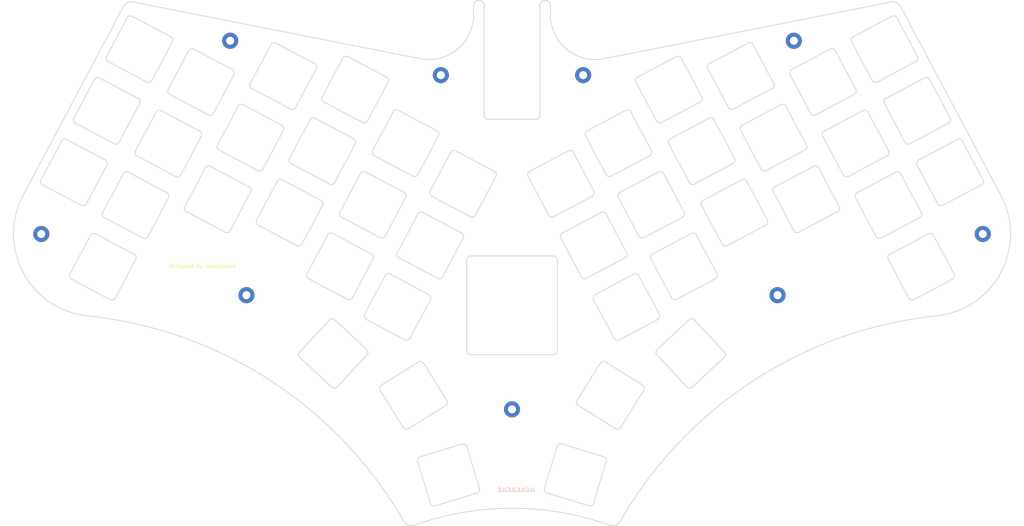
<source format=kicad_pcb>
(kicad_pcb (version 20171130) (host pcbnew 5.1.5-52549c5~86~ubuntu18.04.1)

  (general
    (thickness 1.6)
    (drawings 386)
    (tracks 0)
    (zones 0)
    (modules 9)
    (nets 1)
  )

  (page A4)
  (layers
    (0 F.Cu signal)
    (31 B.Cu signal)
    (32 B.Adhes user)
    (33 F.Adhes user)
    (34 B.Paste user)
    (35 F.Paste user)
    (36 B.SilkS user)
    (37 F.SilkS user)
    (38 B.Mask user)
    (39 F.Mask user)
    (40 Dwgs.User user)
    (41 Cmts.User user)
    (42 Eco1.User user)
    (43 Eco2.User user)
    (44 Edge.Cuts user)
    (45 Margin user)
    (46 B.CrtYd user)
    (47 F.CrtYd user)
    (48 B.Fab user)
    (49 F.Fab user)
  )

  (setup
    (last_trace_width 0.25)
    (trace_clearance 0.2)
    (zone_clearance 0.508)
    (zone_45_only no)
    (trace_min 0.2)
    (via_size 0.8)
    (via_drill 0.4)
    (via_min_size 0.4)
    (via_min_drill 0.3)
    (uvia_size 0.3)
    (uvia_drill 0.1)
    (uvias_allowed no)
    (uvia_min_size 0.2)
    (uvia_min_drill 0.1)
    (edge_width 0.05)
    (segment_width 0.2)
    (pcb_text_width 0.3)
    (pcb_text_size 1.5 1.5)
    (mod_edge_width 0.12)
    (mod_text_size 1 1)
    (mod_text_width 0.15)
    (pad_size 1.524 1.524)
    (pad_drill 0.762)
    (pad_to_mask_clearance 0.051)
    (solder_mask_min_width 0.25)
    (aux_axis_origin 0 0)
    (visible_elements FFFFFF7F)
    (pcbplotparams
      (layerselection 0x010fc_ffffffff)
      (usegerberextensions false)
      (usegerberattributes false)
      (usegerberadvancedattributes false)
      (creategerberjobfile false)
      (excludeedgelayer true)
      (linewidth 0.100000)
      (plotframeref false)
      (viasonmask false)
      (mode 1)
      (useauxorigin false)
      (hpglpennumber 1)
      (hpglpenspeed 20)
      (hpglpendiameter 15.000000)
      (psnegative false)
      (psa4output false)
      (plotreference true)
      (plotvalue true)
      (plotinvisibletext false)
      (padsonsilk false)
      (subtractmaskfromsilk false)
      (outputformat 1)
      (mirror false)
      (drillshape 0)
      (scaleselection 1)
      (outputdirectory "gerber/"))
  )

  (net 0 "")

  (net_class Default "This is the default net class."
    (clearance 0.2)
    (trace_width 0.25)
    (via_dia 0.8)
    (via_drill 0.4)
    (uvia_dia 0.3)
    (uvia_drill 0.1)
  )

  (module MountingHole:MountingHole_2.2mm_M2_Pad (layer F.Cu) (tedit 56D1B4CB) (tstamp 5E9D76AB)
    (at 278.1328 77.7785)
    (descr "Mounting Hole 2.2mm, M2")
    (tags "mounting hole 2.2mm m2")
    (attr virtual)
    (fp_text reference REF** (at 0 -3.2) (layer F.SilkS) hide
      (effects (font (size 1 1) (thickness 0.15)))
    )
    (fp_text value MountingHole_2.2mm_M2_Pad (at 0 3.2) (layer F.Fab)
      (effects (font (size 1 1) (thickness 0.15)))
    )
    (fp_text user %R (at 0.3 0) (layer F.Fab)
      (effects (font (size 1 1) (thickness 0.15)))
    )
    (fp_circle (center 0 0) (end 2.2 0) (layer Cmts.User) (width 0.15))
    (fp_circle (center 0 0) (end 2.45 0) (layer F.CrtYd) (width 0.05))
    (pad 1 thru_hole circle (at 0 0) (size 4.4 4.4) (drill 2.2) (layers *.Cu *.Mask))
  )

  (module MountingHole:MountingHole_2.2mm_M2_Pad (layer F.Cu) (tedit 56D1B4CB) (tstamp 5E9D76AB)
    (at 222.1028 94.4785)
    (descr "Mounting Hole 2.2mm, M2")
    (tags "mounting hole 2.2mm m2")
    (attr virtual)
    (fp_text reference REF** (at 0 -3.2) (layer F.SilkS) hide
      (effects (font (size 1 1) (thickness 0.15)))
    )
    (fp_text value MountingHole_2.2mm_M2_Pad (at 0 3.2) (layer F.Fab)
      (effects (font (size 1 1) (thickness 0.15)))
    )
    (fp_text user %R (at 0.3 0) (layer F.Fab)
      (effects (font (size 1 1) (thickness 0.15)))
    )
    (fp_circle (center 0 0) (end 2.2 0) (layer Cmts.User) (width 0.15))
    (fp_circle (center 0 0) (end 2.45 0) (layer F.CrtYd) (width 0.05))
    (pad 1 thru_hole circle (at 0 0) (size 4.4 4.4) (drill 2.2) (layers *.Cu *.Mask))
  )

  (module MountingHole:MountingHole_2.2mm_M2_Pad (layer F.Cu) (tedit 56D1B4CB) (tstamp 5E9D76AB)
    (at 149.5828 125.6685)
    (descr "Mounting Hole 2.2mm, M2")
    (tags "mounting hole 2.2mm m2")
    (attr virtual)
    (fp_text reference REF** (at 0 -3.2) (layer F.SilkS) hide
      (effects (font (size 1 1) (thickness 0.15)))
    )
    (fp_text value MountingHole_2.2mm_M2_Pad (at 0 3.2) (layer F.Fab)
      (effects (font (size 1 1) (thickness 0.15)))
    )
    (fp_text user %R (at 0.3 0) (layer F.Fab)
      (effects (font (size 1 1) (thickness 0.15)))
    )
    (fp_circle (center 0 0) (end 2.2 0) (layer Cmts.User) (width 0.15))
    (fp_circle (center 0 0) (end 2.45 0) (layer F.CrtYd) (width 0.05))
    (pad 1 thru_hole circle (at 0 0) (size 4.4 4.4) (drill 2.2) (layers *.Cu *.Mask))
  )

  (module MountingHole:MountingHole_2.2mm_M2_Pad (layer F.Cu) (tedit 56D1B4CB) (tstamp 5E9D76AB)
    (at 77.0628 94.4785)
    (descr "Mounting Hole 2.2mm, M2")
    (tags "mounting hole 2.2mm m2")
    (attr virtual)
    (fp_text reference REF** (at 0 -3.2) (layer F.SilkS) hide
      (effects (font (size 1 1) (thickness 0.15)))
    )
    (fp_text value MountingHole_2.2mm_M2_Pad (at 0 3.2) (layer F.Fab)
      (effects (font (size 1 1) (thickness 0.15)))
    )
    (fp_text user %R (at 0.3 0) (layer F.Fab)
      (effects (font (size 1 1) (thickness 0.15)))
    )
    (fp_circle (center 0 0) (end 2.2 0) (layer Cmts.User) (width 0.15))
    (fp_circle (center 0 0) (end 2.45 0) (layer F.CrtYd) (width 0.05))
    (pad 1 thru_hole circle (at 0 0) (size 4.4 4.4) (drill 2.2) (layers *.Cu *.Mask))
  )

  (module MountingHole:MountingHole_2.2mm_M2_Pad (layer F.Cu) (tedit 56D1B4CB) (tstamp 5E9D76AB)
    (at 21.0328 77.7785)
    (descr "Mounting Hole 2.2mm, M2")
    (tags "mounting hole 2.2mm m2")
    (attr virtual)
    (fp_text reference REF** (at 0 -3.2) (layer F.SilkS) hide
      (effects (font (size 1 1) (thickness 0.15)))
    )
    (fp_text value MountingHole_2.2mm_M2_Pad (at 0 3.2) (layer F.Fab)
      (effects (font (size 1 1) (thickness 0.15)))
    )
    (fp_text user %R (at 0.3 0) (layer F.Fab)
      (effects (font (size 1 1) (thickness 0.15)))
    )
    (fp_circle (center 0 0) (end 2.2 0) (layer Cmts.User) (width 0.15))
    (fp_circle (center 0 0) (end 2.45 0) (layer F.CrtYd) (width 0.05))
    (pad 1 thru_hole circle (at 0 0) (size 4.4 4.4) (drill 2.2) (layers *.Cu *.Mask))
  )

  (module MountingHole:MountingHole_2.2mm_M2_Pad (layer F.Cu) (tedit 56D1B4CB) (tstamp 5E9D76AB)
    (at 72.6228 25.0085)
    (descr "Mounting Hole 2.2mm, M2")
    (tags "mounting hole 2.2mm m2")
    (attr virtual)
    (fp_text reference REF** (at 0 -3.2) (layer F.SilkS) hide
      (effects (font (size 1 1) (thickness 0.15)))
    )
    (fp_text value MountingHole_2.2mm_M2_Pad (at 0 3.2) (layer F.Fab)
      (effects (font (size 1 1) (thickness 0.15)))
    )
    (fp_text user %R (at 0.3 0) (layer F.Fab)
      (effects (font (size 1 1) (thickness 0.15)))
    )
    (fp_circle (center 0 0) (end 2.2 0) (layer Cmts.User) (width 0.15))
    (fp_circle (center 0 0) (end 2.45 0) (layer F.CrtYd) (width 0.05))
    (pad 1 thru_hole circle (at 0 0) (size 4.4 4.4) (drill 2.2) (layers *.Cu *.Mask))
  )

  (module MountingHole:MountingHole_2.2mm_M2_Pad (layer F.Cu) (tedit 56D1B4CB) (tstamp 5E9D76AB)
    (at 130.1528 34.3985)
    (descr "Mounting Hole 2.2mm, M2")
    (tags "mounting hole 2.2mm m2")
    (attr virtual)
    (fp_text reference REF** (at 0 -3.2) (layer F.SilkS) hide
      (effects (font (size 1 1) (thickness 0.15)))
    )
    (fp_text value MountingHole_2.2mm_M2_Pad (at 0 3.2) (layer F.Fab)
      (effects (font (size 1 1) (thickness 0.15)))
    )
    (fp_text user %R (at 0.3 0) (layer F.Fab)
      (effects (font (size 1 1) (thickness 0.15)))
    )
    (fp_circle (center 0 0) (end 2.2 0) (layer Cmts.User) (width 0.15))
    (fp_circle (center 0 0) (end 2.45 0) (layer F.CrtYd) (width 0.05))
    (pad 1 thru_hole circle (at 0 0) (size 4.4 4.4) (drill 2.2) (layers *.Cu *.Mask))
  )

  (module MountingHole:MountingHole_2.2mm_M2_Pad (layer F.Cu) (tedit 56D1B4CB) (tstamp 5E9D76AB)
    (at 169.0128 34.3985)
    (descr "Mounting Hole 2.2mm, M2")
    (tags "mounting hole 2.2mm m2")
    (attr virtual)
    (fp_text reference REF** (at 0 -3.2) (layer F.SilkS) hide
      (effects (font (size 1 1) (thickness 0.15)))
    )
    (fp_text value MountingHole_2.2mm_M2_Pad (at 0 3.2) (layer F.Fab)
      (effects (font (size 1 1) (thickness 0.15)))
    )
    (fp_text user %R (at 0.3 0) (layer F.Fab)
      (effects (font (size 1 1) (thickness 0.15)))
    )
    (fp_circle (center 0 0) (end 2.2 0) (layer Cmts.User) (width 0.15))
    (fp_circle (center 0 0) (end 2.45 0) (layer F.CrtYd) (width 0.05))
    (pad 1 thru_hole circle (at 0 0) (size 4.4 4.4) (drill 2.2) (layers *.Cu *.Mask))
  )

  (module MountingHole:MountingHole_2.2mm_M2_Pad (layer F.Cu) (tedit 56D1B4CB) (tstamp 5E9D768A)
    (at 226.5428 25.0085)
    (descr "Mounting Hole 2.2mm, M2")
    (tags "mounting hole 2.2mm m2")
    (attr virtual)
    (fp_text reference REF** (at 0 -3.2) (layer F.SilkS) hide
      (effects (font (size 1 1) (thickness 0.15)))
    )
    (fp_text value MountingHole_2.2mm_M2_Pad (at 0 3.2) (layer F.Fab)
      (effects (font (size 1 1) (thickness 0.15)))
    )
    (fp_circle (center 0 0) (end 2.45 0) (layer F.CrtYd) (width 0.05))
    (fp_circle (center 0 0) (end 2.2 0) (layer Cmts.User) (width 0.15))
    (fp_text user %R (at 0.3 0) (layer F.Fab)
      (effects (font (size 1 1) (thickness 0.15)))
    )
    (pad 1 thru_hole circle (at 0 0) (size 4.4 4.4) (drill 2.2) (layers *.Cu *.Mask))
  )

  (gr_line (start 224.3598 42.8845) (end 229.9938 53.4805) (layer Edge.Cuts) (width 0.2))
  (gr_line (start 159.5988 72.6525) (end 153.9658 62.0575) (layer Edge.Cuts) (width 0.2))
  (gr_arc (start 124.7788 72.7745) (end 125.248271 71.891553) (angle -90) (layer Edge.Cuts) (width 0.2))
  (gr_arc (start 119.1448 83.3695) (end 118.261852 82.900029) (angle -90) (layer Edge.Cuts) (width 0.2))
  (gr_arc (start 149.5828 231.8906) (end 176.164958 157.263546) (angle -39.2119) (layer Edge.Cuts) (width 0.2))
  (gr_arc (start 170.5378 50.5075) (end 170.068328 49.624553) (angle -90) (layer Edge.Cuts) (width 0.2))
  (gr_arc (start 176.1718 61.1035) (end 175.288852 61.572972) (angle -90) (layer Edge.Cuts) (width 0.2))
  (gr_arc (start 263.184799 77.749501) (end 265.497334 100.148843) (angle -112.1056) (layer Edge.Cuts) (width 0.2))
  (gr_arc (start 174.3718 139.5552) (end 175.328104 139.847572) (angle -90) (layer Edge.Cuts) (width 0.2))
  (gr_arc (start 170.8628 151.0309) (end 170.570428 151.987205) (angle -90) (layer Edge.Cuts) (width 0.2))
  (gr_arc (start 101.0688 118.8825) (end 100.386801 119.613854) (angle -90) (layer Edge.Cuts) (width 0.2))
  (gr_line (start 131.788799 123.2112) (end 125.4298 113.0347) (layer Edge.Cuts) (width 0.2))
  (gr_arc (start 95.2273 32.1775) (end 96.110247 32.646972) (angle -90) (layer Edge.Cuts) (width 0.2))
  (gr_arc (start 89.5937 42.7735) (end 89.124228 43.656448) (angle -90) (layer Edge.Cuts) (width 0.2))
  (gr_arc (start 198.6658 101.9085) (end 199.397153 101.226502) (angle -90) (layer Edge.Cuts) (width 0.2))
  (gr_line (start 97.4299 68.6055) (end 86.8345 62.9715) (layer Edge.Cuts) (width 0.2))
  (gr_line (start 80.2619 75.3325) (end 90.8573 80.9665) (layer Edge.Cuts) (width 0.2))
  (gr_line (start 106.3738 51.7845) (end 95.778 46.1515) (layer Edge.Cuts) (width 0.2))
  (gr_line (start 89.2054 58.5125) (end 99.8008 64.1465) (layer Edge.Cuts) (width 0.2))
  (gr_line (start 81.5332 60.0625) (end 87.1668 49.4675) (layer Edge.Cuts) (width 0.2))
  (gr_line (start 117.1488 44.4045) (end 111.5158 54.9995) (layer Edge.Cuts) (width 0.2))
  (gr_arc (start 105.9038 52.6675) (end 106.786747 53.136972) (angle -90) (layer Edge.Cuts) (width 0.2))
  (gr_arc (start 100.2702 63.2635) (end 99.800728 64.146448) (angle -90) (layer Edge.Cuts) (width 0.2))
  (gr_arc (start 254.8508 61.7775) (end 255.733747 61.308029) (angle -90) (layer Edge.Cuts) (width 0.2))
  (gr_line (start 29.2687 90.0865) (end 39.864 95.7195) (layer Edge.Cuts) (width 0.2))
  (gr_arc (start 62.2021 28.1475) (end 62.671571 27.264553) (angle -90) (layer Edge.Cuts) (width 0.2))
  (gr_arc (start 56.5684 38.7425) (end 55.685452 38.273029) (angle -90) (layer Edge.Cuts) (width 0.2))
  (gr_line (start 160.0758 17.9185) (end 160.0758 15.4185) (layer Edge.Cuts) (width 0.2))
  (gr_arc (start 100.1451 78.5145) (end 100.614571 77.631553) (angle -90) (layer Edge.Cuts) (width 0.2))
  (gr_arc (start 252.1318 41.6475) (end 251.662328 40.764553) (angle -90) (layer Edge.Cuts) (width 0.2))
  (gr_arc (start 253.1988 84.2315) (end 252.729328 83.348553) (angle -90) (layer Edge.Cuts) (width 0.2))
  (gr_arc (start 258.8318 94.8265) (end 257.948852 95.295972) (angle -90) (layer Edge.Cuts) (width 0.2))
  (gr_line (start 189.2078 109.3615) (end 197.9838 101.1775) (layer Edge.Cuts) (width 0.2))
  (gr_arc (start 249.8888 78.006501) (end 249.005852 78.475972) (angle -90) (layer Edge.Cuts) (width 0.2))
  (gr_arc (start 124.7708 139.5788) (end 124.478428 138.622496) (angle -90) (layer Edge.Cuts) (width 0.2))
  (gr_arc (start 128.2788 151.0544) (end 127.322495 151.346772) (angle -90) (layer Edge.Cuts) (width 0.2))
  (gr_line (start 206.9558 80.5525) (end 201.3218 69.9575) (layer Edge.Cuts) (width 0.2))
  (gr_line (start 198.0128 63.7325) (end 192.3788 53.1375) (layer Edge.Cuts) (width 0.2))
  (gr_arc (start 55.9773 24.8375) (end 56.860247 25.306972) (angle -90) (layer Edge.Cuts) (width 0.2))
  (gr_arc (start 50.3437 35.4335) (end 49.874228 36.316448) (angle -90) (layer Edge.Cuts) (width 0.2))
  (gr_line (start 72.5897 76.8825) (end 78.2234 66.2875) (layer Edge.Cuts) (width 0.2))
  (gr_line (start 257.9488 95.2965) (end 252.3158 84.7015) (layer Edge.Cuts) (width 0.2))
  (gr_arc (start 223.4768 43.3545) (end 224.359747 42.885029) (angle -90) (layer Edge.Cuts) (width 0.2))
  (gr_arc (start 229.1108 53.9495) (end 229.580271 54.832448) (angle -90) (layer Edge.Cuts) (width 0.2))
  (gr_line (start 121.2938 130.9482) (end 131.4708 124.5892) (layer Edge.Cuts) (width 0.2))
  (gr_arc (start 45.3819 19.2035) (end 45.851371 18.320553) (angle -90) (layer Edge.Cuts) (width 0.2))
  (gr_arc (start 39.7483 29.7995) (end 38.865352 29.330029) (angle -90) (layer Edge.Cuts) (width 0.2))
  (gr_line (start 30.3354 47.5025) (end 40.9308 53.1365) (layer Edge.Cuts) (width 0.2))
  (gr_arc (start 245.9068 44.9575) (end 246.789747 44.488029) (angle -90) (layer Edge.Cuts) (width 0.2))
  (gr_arc (start 251.5408 55.5525) (end 252.010271 56.435448) (angle -90) (layer Edge.Cuts) (width 0.2))
  (gr_arc (start 38.0904 58.4775) (end 38.973347 58.946972) (angle -90) (layer Edge.Cuts) (width 0.2))
  (gr_arc (start 135.3738 78.4075) (end 136.256747 78.876972) (angle -90) (layer Edge.Cuts) (width 0.2))
  (gr_arc (start 129.7398 89.0035) (end 129.270328 89.886448) (angle -90) (layer Edge.Cuts) (width 0.2))
  (gr_line (start 237.8468 27.6675) (end 243.4798 38.2635) (layer Edge.Cuts) (width 0.2))
  (gr_line (start 272.5538 52.3645) (end 278.1868 62.9605) (layer Edge.Cuts) (width 0.2))
  (gr_arc (start 36.4385 36.0245) (end 36.907971 35.141553) (angle -90) (layer Edge.Cuts) (width 0.2))
  (gr_line (start 123.8768 61.5725) (end 129.509799 50.9775) (layer Edge.Cuts) (width 0.2))
  (gr_line (start 177.4858 106.2925) (end 171.8518 95.6975) (layer Edge.Cuts) (width 0.2))
  (gr_line (start 233.3038 59.7045) (end 238.9368 70.3005) (layer Edge.Cuts) (width 0.2))
  (gr_arc (start 235.3118 50.5915) (end 234.842328 49.708553) (angle -90) (layer Edge.Cuts) (width 0.2))
  (gr_arc (start 240.9448 61.1865) (end 240.061852 61.655972) (angle -90) (layer Edge.Cuts) (width 0.2))
  (gr_arc (start 203.9378 32.1675) (end 203.468328 31.284553) (angle -90) (layer Edge.Cuts) (width 0.2))
  (gr_line (start 249.0058 78.476501) (end 243.3718 67.8805) (layer Edge.Cuts) (width 0.2))
  (gr_line (start 109.7318 101.0725) (end 120.3278 106.7065) (layer Edge.Cuts) (width 0.2))
  (gr_arc (start 184.3178 35.8475) (end 183.848328 34.964553) (angle -90) (layer Edge.Cuts) (width 0.2))
  (gr_arc (start 189.9518 46.4435) (end 189.068852 46.912972) (angle -90) (layer Edge.Cuts) (width 0.2))
  (gr_arc (start 35.3718 78.607501) (end 35.841271 77.724553) (angle -90) (layer Edge.Cuts) (width 0.2))
  (gr_line (start 156.1928 46.4585) (end 142.9728 46.4585) (layer Edge.Cuts) (width 0.2))
  (gr_line (start 197.3418 119.5509) (end 189.1578 110.7747) (layer Edge.Cuts) (width 0.2))
  (gr_line (start 231.1188 44.8355) (end 225.4848 34.2405) (layer Edge.Cuts) (width 0.2))
  (gr_line (start 199.3968 101.2265) (end 207.5808 110.0029) (layer Edge.Cuts) (width 0.2))
  (gr_line (start 73.2669 32.8985) (end 62.6716 27.2645) (layer Edge.Cuts) (width 0.2))
  (gr_line (start 56.099 39.6255) (end 66.6943 45.2595) (layer Edge.Cuts) (width 0.2))
  (gr_arc (start 128.6278 50.5075) (end 129.510747 50.976972) (angle -90) (layer Edge.Cuts) (width 0.2))
  (gr_arc (start 122.9938 61.1035) (end 122.524328 61.986448) (angle -90) (layer Edge.Cuts) (width 0.2))
  (gr_line (start 179.0118 66.4445) (end 189.6078 60.8115) (layer Edge.Cuts) (width 0.2))
  (gr_line (start 196.1798 73.1725) (end 185.5848 78.8065) (layer Edge.Cuts) (width 0.2))
  (gr_arc (start 248.8218 35.4235) (end 247.938852 35.892972) (angle -90) (layer Edge.Cuts) (width 0.2))
  (gr_line (start 16.0978 67.1775) (end 43.4596 15.7175) (layer Edge.Cuts) (width 0.2))
  (gr_arc (start 271.6708 52.8345) (end 272.553747 52.365029) (angle -90) (layer Edge.Cuts) (width 0.2))
  (gr_line (start 208.6888 43.2325) (end 203.0558 32.6375) (layer Edge.Cuts) (width 0.2))
  (gr_line (start 50.1599 78.4865) (end 55.7935 67.8905) (layer Edge.Cuts) (width 0.2))
  (gr_line (start 52.3757 44.4985) (end 46.7421 55.0935) (layer Edge.Cuts) (width 0.2))
  (gr_line (start 226.5758 76.8725) (end 220.9418 66.2775) (layer Edge.Cuts) (width 0.2))
  (gr_line (start 111.2098 83.2655) (end 100.6145 77.631501) (layer Edge.Cuts) (width 0.2))
  (gr_line (start 182.0168 44.4045) (end 187.6498 54.9995) (layer Edge.Cuts) (width 0.2))
  (gr_line (start 213.6838 63.3845) (end 219.3168 73.9805) (layer Edge.Cuts) (width 0.2))
  (gr_line (start 175.0908 112.693) (end 185.2678 119.052) (layer Edge.Cuts) (width 0.2))
  (gr_arc (start 160.9328 109.7585) (end 160.9328 110.7585) (angle -90) (layer Edge.Cuts) (width 0.2))
  (gr_arc (start 72.7975 33.7815) (end 73.680447 34.250972) (angle -90) (layer Edge.Cuts) (width 0.2))
  (gr_arc (start 67.1638 44.3765) (end 66.694328 45.259448) (angle -90) (layer Edge.Cuts) (width 0.2))
  (gr_arc (start 109.2528 110.1063) (end 109.984153 110.788299) (angle -90) (layer Edge.Cuts) (width 0.2))
  (gr_line (start 242.7188 23.9445) (end 253.3138 18.3115) (layer Edge.Cuts) (width 0.2))
  (gr_line (start 91.6105 111.4299) (end 100.3868 119.6139) (layer Edge.Cuts) (width 0.2))
  (gr_line (start 139.0898 17.9185) (end 139.0898 15.4185) (layer Edge.Cuts) (width 0.2))
  (gr_arc (start 268.3608 46.6095) (end 268.830271 47.492448) (angle -90) (layer Edge.Cuts) (width 0.2))
  (gr_line (start 47.5034 40.7745) (end 36.908 35.1415) (layer Edge.Cuts) (width 0.2))
  (gr_arc (start 119.6838 67.3275) (end 120.566747 67.796972) (angle -90) (layer Edge.Cuts) (width 0.2))
  (gr_arc (start 114.0498 77.9235) (end 113.580328 78.806448) (angle -90) (layer Edge.Cuts) (width 0.2))
  (gr_line (start 157.1928 15.4185) (end 157.1928 45.4585) (layer Edge.Cuts) (width 0.2))
  (gr_line (start 184.2138 89.1245) (end 189.8468 99.7205) (layer Edge.Cuts) (width 0.2))
  (gr_line (start 251.6618 40.7645) (end 262.2578 35.1315) (layer Edge.Cuts) (width 0.2))
  (gr_arc (start 126.4308 95.2275) (end 127.313747 95.696972) (angle -90) (layer Edge.Cuts) (width 0.2))
  (gr_line (start 203.4688 31.2845) (end 214.0638 25.6515) (layer Edge.Cuts) (width 0.2))
  (gr_arc (start 95.3085 47.0345) (end 95.777971 46.151553) (angle -90) (layer Edge.Cuts) (width 0.2))
  (gr_arc (start 89.6749 57.6295) (end 88.791952 57.160029) (angle -90) (layer Edge.Cuts) (width 0.2))
  (gr_arc (start 277.1048 212.57322) (end 265.49797 100.148784) (angle -54.1606) (layer Edge.Cuts) (width 0.2))
  (gr_line (start 204.7398 46.5645) (end 210.3738 57.1605) (layer Edge.Cuts) (width 0.2))
  (gr_line (start 189.0688 46.9125) (end 183.4358 36.3175) (layer Edge.Cuts) (width 0.2))
  (gr_arc (start 253.4988 16.8915) (end 255.706168 15.717822) (angle -73.168) (layer Edge.Cuts) (width 0.2))
  (gr_line (start 120.1538 66.4445) (end 109.5578 60.8115) (layer Edge.Cuts) (width 0.2))
  (gr_line (start 102.9858 73.1725) (end 113.5808 78.8065) (layer Edge.Cuts) (width 0.2))
  (gr_arc (start 122.1618 154.9085) (end 119.995537 156.156422) (angle -79.6609) (layer Edge.Cuts) (width 0.2))
  (gr_arc (start 227.4588 76.4035) (end 226.575852 76.872972) (angle -90) (layer Edge.Cuts) (width 0.2))
  (gr_arc (start 262.7268 36.0145) (end 263.609747 35.545029) (angle -90) (layer Edge.Cuts) (width 0.2))
  (gr_arc (start 114.4048 119.9236) (end 113.87488 119.075552) (angle -90) (layer Edge.Cuts) (width 0.2))
  (gr_arc (start 84.6319 26.5435) (end 85.101371 25.660553) (angle -90) (layer Edge.Cuts) (width 0.2))
  (gr_arc (start 78.9983 37.1395) (end 78.115352 36.670029) (angle -90) (layer Edge.Cuts) (width 0.2))
  (gr_arc (start 136.2458 136.0703) (end 137.202104 135.777929) (angle -90) (layer Edge.Cuts) (width 0.2))
  (gr_arc (start 139.7548 147.546) (end 140.047171 148.502305) (angle -90) (layer Edge.Cuts) (width 0.2))
  (gr_line (start 42.2832 52.7225) (end 47.9168 42.1275) (layer Edge.Cuts) (width 0.2))
  (gr_arc (start 232.0018 44.3665) (end 231.118852 44.835972) (angle -90) (layer Edge.Cuts) (width 0.2))
  (gr_arc (start 110.2018 100.1895) (end 109.318852 99.720029) (angle -90) (layer Edge.Cuts) (width 0.2))
  (gr_arc (start 29.7381 89.2035) (end 28.855152 88.734029) (angle -90) (layer Edge.Cuts) (width 0.2))
  (gr_arc (start 163.7918 78.4075) (end 163.322328 77.524553) (angle -90) (layer Edge.Cuts) (width 0.2))
  (gr_arc (start 169.4258 89.0035) (end 168.542852 89.472972) (angle -90) (layer Edge.Cuts) (width 0.2))
  (gr_line (start 41.2165 95.3065) (end 46.8501 84.7115) (layer Edge.Cuts) (width 0.2))
  (gr_line (start 243.0668 39.6155) (end 232.4708 45.2495) (layer Edge.Cuts) (width 0.2))
  (gr_line (start 199.9038 78.0445) (end 205.5368 88.6405) (layer Edge.Cuts) (width 0.2))
  (gr_line (start 184.2328 78.392501) (end 178.5988 67.7975) (layer Edge.Cuts) (width 0.2))
  (gr_arc (start 162.8958 136.0467) (end 163.188171 135.090396) (angle -90) (layer Edge.Cuts) (width 0.2))
  (gr_arc (start 159.3878 147.5224) (end 158.431495 147.230029) (angle -90) (layer Edge.Cuts) (width 0.2))
  (gr_arc (start 188.4248 84.1475) (end 187.955328 83.264553) (angle -90) (layer Edge.Cuts) (width 0.2))
  (gr_arc (start 194.0588 94.7435) (end 193.175852 95.212972) (angle -90) (layer Edge.Cuts) (width 0.2))
  (gr_line (start 170.0688 49.6245) (end 180.6638 43.9915) (layer Edge.Cuts) (width 0.2))
  (gr_line (start 187.2368 56.3525) (end 176.6418 61.9855) (layer Edge.Cuts) (width 0.2))
  (gr_arc (start 260.4838 72.3735) (end 260.953271 73.256448) (angle -90) (layer Edge.Cuts) (width 0.2))
  (gr_arc (start 32.4568 69.0735) (end 31.987328 69.956448) (angle -90) (layer Edge.Cuts) (width 0.2))
  (gr_line (start 109.9348 109.3745) (end 101.1588 101.1905) (layer Edge.Cuts) (width 0.2))
  (gr_arc (start 193.2618 52.6675) (end 192.792328 51.784553) (angle -90) (layer Edge.Cuts) (width 0.2))
  (gr_arc (start 198.8958 63.2635) (end 198.012852 63.732972) (angle -90) (layer Edge.Cuts) (width 0.2))
  (gr_arc (start 35.9803 77.749501) (end 16.097732 67.177752) (angle -112.1056) (layer Edge.Cuts) (width 0.2))
  (gr_line (start 94.0419 89.9925) (end 104.6378 95.6265) (layer Edge.Cuts) (width 0.2))
  (gr_line (start 201.7358 68.6055) (end 212.3308 62.9715) (layer Edge.Cuts) (width 0.2))
  (gr_line (start 218.9038 75.3325) (end 208.3078 80.9665) (layer Edge.Cuts) (width 0.2))
  (gr_line (start 256.8828 52.7125) (end 251.2488 42.1175) (layer Edge.Cuts) (width 0.2))
  (gr_arc (start 40.3335 94.8365) (end 39.864028 95.719448) (angle -90) (layer Edge.Cuts) (width 0.2))
  (gr_line (start 113.5568 120.4535) (end 119.9158 130.6301) (layer Edge.Cuts) (width 0.2))
  (gr_arc (start 66.7451 60.1845) (end 67.214571 59.301553) (angle -90) (layer Edge.Cuts) (width 0.2))
  (gr_arc (start 61.1114 70.7795) (end 60.228452 70.310029) (angle -90) (layer Edge.Cuts) (width 0.2))
  (gr_arc (start 45.6669 16.8915) (end 46.151116 14.438842) (angle -73.168) (layer Edge.Cuts) (width 0.2))
  (gr_line (start 283.0678 67.1775) (end 255.7058 15.7175) (layer Edge.Cuts) (width 0.2))
  (gr_arc (start 212.8818 48.9875) (end 212.412328 48.104553) (angle -90) (layer Edge.Cuts) (width 0.2))
  (gr_arc (start 218.5158 59.5835) (end 217.632852 60.052972) (angle -90) (layer Edge.Cuts) (width 0.2))
  (gr_arc (start 86.2839 48.9975) (end 87.166847 49.466972) (angle -90) (layer Edge.Cuts) (width 0.2))
  (gr_arc (start 80.6502 59.5935) (end 80.180728 60.476448) (angle -90) (layer Edge.Cuts) (width 0.2))
  (gr_arc (start 183.3308 89.5945) (end 184.213747 89.125029) (angle -90) (layer Edge.Cuts) (width 0.2))
  (gr_line (start 126.8998 94.3455) (end 116.3048 88.7115) (layer Edge.Cuts) (width 0.2))
  (gr_arc (start 242.5968 38.7325) (end 243.066271 39.615448) (angle -90) (layer Edge.Cuts) (width 0.2))
  (gr_arc (start 142.9728 45.4585) (end 141.9728 45.4585) (angle -90) (layer Edge.Cuts) (width 0.2))
  (gr_line (start 265.8258 69.5325) (end 260.191799 58.9375) (layer Edge.Cuts) (width 0.2))
  (gr_arc (start 243.1878 24.8275) (end 242.718328 23.944553) (angle -90) (layer Edge.Cuts) (width 0.2))
  (gr_line (start 140.7108 147.2536) (end 137.2028 135.778) (layer Edge.Cuts) (width 0.2))
  (gr_line (start 158.4318 147.23) (end 161.9398 135.7544) (layer Edge.Cuts) (width 0.2))
  (gr_arc (start 174.5608 113.541) (end 175.090719 112.692952) (angle -90) (layer Edge.Cuts) (width 0.2))
  (gr_arc (start 168.2018 123.7176) (end 167.353751 123.187681) (angle -90) (layer Edge.Cuts) (width 0.2))
  (gr_arc (start 172.2958 17.9185) (end 160.0758 17.9185) (angle -101.168) (layer Edge.Cuts) (width 0.2))
  (gr_arc (start 177.0038 154.9085) (end 176.164924 157.263556) (angle -79.6612) (layer Edge.Cuts) (width 0.2))
  (gr_arc (start 86.3651 63.8545) (end 86.834571 62.971553) (angle -90) (layer Edge.Cuts) (width 0.2))
  (gr_arc (start 80.7314 74.4495) (end 79.848452 73.980029) (angle -90) (layer Edge.Cuts) (width 0.2))
  (gr_arc (start 27.4951 52.8445) (end 27.964571 51.961553) (angle -90) (layer Edge.Cuts) (width 0.2))
  (gr_line (start 114.9518 89.1245) (end 109.3188 99.7205) (layer Edge.Cuts) (width 0.2))
  (gr_line (start 138.2328 83.7585) (end 160.9328 83.7585) (layer Edge.Cuts) (width 0.2))
  (gr_line (start 101.7998 119.5645) (end 109.9838 110.7883) (layer Edge.Cuts) (width 0.2))
  (gr_line (start 225.8988 32.8885) (end 236.4938 27.2545) (layer Edge.Cuts) (width 0.2))
  (gr_arc (start 44.3152 61.7875) (end 44.784671 60.904553) (angle -90) (layer Edge.Cuts) (width 0.2))
  (gr_arc (start 38.6816 72.3835) (end 37.798652 71.914029) (angle -90) (layer Edge.Cuts) (width 0.2))
  (gr_arc (start 21.8614 63.4395) (end 20.978452 62.970029) (angle -90) (layer Edge.Cuts) (width 0.2))
  (gr_arc (start 92.2925 110.6985) (end 91.561146 110.016502) (angle -90) (layer Edge.Cuts) (width 0.2))
  (gr_arc (start 115.8348 89.5945) (end 116.304271 88.711553) (angle -90) (layer Edge.Cuts) (width 0.2))
  (gr_line (start 166.3268 55.4845) (end 171.9598 66.0795) (layer Edge.Cuts) (width 0.2))
  (gr_line (start 43.4323 61.3185) (end 37.7986 71.9135) (layer Edge.Cuts) (width 0.2))
  (gr_line (start 46.4366 83.3585) (end 35.8413 77.7245) (layer Edge.Cuts) (width 0.2))
  (gr_line (start 110.0968 46.9125) (end 115.7298 36.3175) (layer Edge.Cuts) (width 0.2))
  (gr_line (start 168.5428 89.4725) (end 162.9088 78.8775) (layer Edge.Cuts) (width 0.2))
  (gr_arc (start 22.061 212.57322) (end 119.995321 156.156546) (angle -54.1608) (layer Edge.Cuts) (width 0.2))
  (gr_arc (start 202.2048 69.4875) (end 201.735328 68.604553) (angle -90) (layer Edge.Cuts) (width 0.2))
  (gr_arc (start 207.8388 80.083501) (end 206.955852 80.552972) (angle -90) (layer Edge.Cuts) (width 0.2))
  (gr_line (start 38.5599 57.5955) (end 27.9645 51.9615) (layer Edge.Cuts) (width 0.2))
  (gr_line (start 144.7868 60.7045) (end 134.1918 55.0715) (layer Edge.Cuts) (width 0.2))
  (gr_line (start 127.6188 67.4325) (end 138.2138 73.0655) (layer Edge.Cuts) (width 0.2))
  (gr_arc (start 165.4438 55.9535) (end 166.326747 55.484029) (angle -90) (layer Edge.Cuts) (width 0.2))
  (gr_arc (start 171.0778 66.5495) (end 171.547271 67.432448) (angle -90) (layer Edge.Cuts) (width 0.2))
  (gr_line (start 135.8438 77.524501) (end 125.2478 71.8915) (layer Edge.Cuts) (width 0.2))
  (gr_line (start 118.6758 84.2525) (end 129.270799 89.8865) (layer Edge.Cuts) (width 0.2))
  (gr_line (start 175.2698 72.3045) (end 180.9038 82.9005) (layer Edge.Cuts) (width 0.2))
  (gr_line (start 193.1758 95.2125) (end 187.5418 84.6175) (layer Edge.Cuts) (width 0.2))
  (gr_line (start 99.2621 78.0445) (end 93.6285 88.6405) (layer Edge.Cuts) (width 0.2))
  (gr_line (start 183.8488 34.9645) (end 194.4438 29.3315) (layer Edge.Cuts) (width 0.2))
  (gr_line (start 201.0168 41.6925) (end 190.4218 47.3255) (layer Edge.Cuts) (width 0.2))
  (gr_line (start 163.1888 135.0904) (end 174.6638 138.5989) (layer Edge.Cuts) (width 0.2))
  (gr_line (start 170.5708 151.9872) (end 159.0948 148.4787) (layer Edge.Cuts) (width 0.2))
  (gr_line (start 101.1528 63.7325) (end 106.7868 53.1375) (layer Edge.Cuts) (width 0.2))
  (gr_line (start 108.2058 61.2245) (end 102.5718 71.8205) (layer Edge.Cuts) (width 0.2))
  (gr_arc (start 41.4002 52.2535) (end 40.930728 53.136448) (angle -90) (layer Edge.Cuts) (width 0.2))
  (gr_line (start 277.7738 64.3125) (end 267.1778 69.9465) (layer Edge.Cuts) (width 0.2))
  (gr_arc (start 140.5308 15.4185) (end 141.9724 15.4185) (angle -180) (layer Edge.Cuts) (width 0.2))
  (gr_arc (start 214.5338 26.5335) (end 215.416747 26.064029) (angle -90) (layer Edge.Cuts) (width 0.2))
  (gr_line (start 207.5318 111.4163) (end 198.7558 119.6003) (layer Edge.Cuts) (width 0.2))
  (gr_arc (start 160.9328 84.7585) (end 161.9328 84.7585) (angle -90) (layer Edge.Cuts) (width 0.2))
  (gr_arc (start 172.7348 95.2275) (end 172.265328 94.344553) (angle -90) (layer Edge.Cuts) (width 0.2))
  (gr_arc (start 178.3688 105.8235) (end 177.485852 106.292972) (angle -90) (layer Edge.Cuts) (width 0.2))
  (gr_line (start 260.6058 57.5855) (end 271.2008 51.9515) (layer Edge.Cuts) (width 0.2))
  (gr_arc (start 47.0339 41.6575) (end 47.916847 42.126972) (angle -90) (layer Edge.Cuts) (width 0.2))
  (gr_line (start 115.3168 34.9645) (end 104.7218 29.3315) (layer Edge.Cuts) (width 0.2))
  (gr_line (start 98.1488 41.6925) (end 108.7438 47.3255) (layer Edge.Cuts) (width 0.2))
  (gr_arc (start 54.9106 67.4215) (end 55.793547 67.890972) (angle -90) (layer Edge.Cuts) (width 0.2))
  (gr_arc (start 49.2769 78.0165) (end 48.807428 78.899448) (angle -90) (layer Edge.Cuts) (width 0.2))
  (gr_line (start 77.8099 64.9355) (end 67.214499 59.3015) (layer Edge.Cuts) (width 0.2))
  (gr_line (start 60.6419 71.6625) (end 71.2373 77.2965) (layer Edge.Cuts) (width 0.2))
  (gr_arc (start 238.0538 70.7695) (end 238.523271 71.652448) (angle -90) (layer Edge.Cuts) (width 0.2))
  (gr_arc (start 194.9138 30.2135) (end 195.796747 29.744029) (angle -90) (layer Edge.Cuts) (width 0.2))
  (gr_arc (start 200.5478 40.8095) (end 201.017271 41.692448) (angle -90) (layer Edge.Cuts) (width 0.2))
  (gr_arc (start 261.0748 58.4675) (end 260.605328 57.584553) (angle -90) (layer Edge.Cuts) (width 0.2))
  (gr_line (start 123.8138 139.8712) (end 127.3228 151.3468) (layer Edge.Cuts) (width 0.2))
  (gr_arc (start 126.8698 17.9185) (end 124.502951 29.907096) (angle -101.168) (layer Edge.Cuts) (width 0.2))
  (gr_arc (start 45.9672 84.2415) (end 46.850147 84.710972) (angle -90) (layer Edge.Cuts) (width 0.2))
  (gr_line (start 137.2328 109.7585) (end 137.2328 84.7585) (layer Edge.Cuts) (width 0.2))
  (gr_arc (start 124.5818 113.5646) (end 125.429848 113.034681) (angle -90) (layer Edge.Cuts) (width 0.2))
  (gr_line (start 56.4468 23.9545) (end 45.8514 18.3215) (layer Edge.Cuts) (width 0.2))
  (gr_line (start 39.2788 30.6825) (end 49.8742 36.3155) (layer Edge.Cuts) (width 0.2))
  (gr_line (start 124.0518 112.7165) (end 113.8748 119.0756) (layer Edge.Cuts) (width 0.2))
  (gr_line (start 64.3235 49.7185) (end 53.7281 44.0845) (layer Edge.Cuts) (width 0.2))
  (gr_line (start 47.1555 56.4455) (end 57.7509 62.0795) (layer Edge.Cuts) (width 0.2))
  (gr_line (start 190.9598 61.2245) (end 196.5938 71.8205) (layer Edge.Cuts) (width 0.2))
  (gr_line (start 175.2888 61.5725) (end 169.6558 50.9775) (layer Edge.Cuts) (width 0.2))
  (gr_line (start 260.953799 73.2565) (end 250.3578 78.8895) (layer Edge.Cuts) (width 0.2))
  (gr_line (start 163.3218 77.524501) (end 173.9178 71.8915) (layer Edge.Cuts) (width 0.2))
  (gr_line (start 180.4898 84.2525) (end 169.8948 89.8865) (layer Edge.Cuts) (width 0.2))
  (gr_arc (start 263.7938 78.5975) (end 264.676747 78.128029) (angle -90) (layer Edge.Cuts) (width 0.2))
  (gr_arc (start 269.4278 89.1935) (end 269.897271 90.076448) (angle -90) (layer Edge.Cuts) (width 0.2))
  (gr_arc (start 178.3788 130.0766) (end 177.84888 130.924649) (angle -90) (layer Edge.Cuts) (width 0.2))
  (gr_line (start 215.4168 26.0645) (end 221.0498 36.6595) (layer Edge.Cuts) (width 0.2))
  (gr_arc (start 144.3178 61.5875) (end 145.200747 62.056972) (angle -90) (layer Edge.Cuts) (width 0.2))
  (gr_arc (start 138.6838 72.1835) (end 138.214328 73.066448) (angle -90) (layer Edge.Cuts) (width 0.2))
  (gr_arc (start 257.7658 52.2435) (end 256.882852 52.712972) (angle -90) (layer Edge.Cuts) (width 0.2))
  (gr_arc (start 212.8008 63.8545) (end 213.683747 63.385029) (angle -90) (layer Edge.Cuts) (width 0.2))
  (gr_arc (start 218.4338 74.4495) (end 218.903271 75.332448) (angle -90) (layer Edge.Cuts) (width 0.2))
  (gr_line (start 90.4766 43.2425) (end 96.1103 32.6475) (layer Edge.Cuts) (width 0.2))
  (gr_line (start 44.499 18.7345) (end 38.8653 29.3295) (layer Edge.Cuts) (width 0.2))
  (gr_arc (start 199.0208 78.5145) (end 199.903747 78.045029) (angle -90) (layer Edge.Cuts) (width 0.2))
  (gr_arc (start 204.6538 89.1095) (end 205.123271 89.992448) (angle -90) (layer Edge.Cuts) (width 0.2))
  (gr_arc (start 232.4208 60.1745) (end 233.303747 59.705029) (angle -90) (layer Edge.Cuts) (width 0.2))
  (gr_arc (start 100.4765 101.9225) (end 101.158498 101.191147) (angle -90) (layer Edge.Cuts) (width 0.2))
  (gr_arc (start 253.7838 19.1935) (end 254.666747 18.724029) (angle -90) (layer Edge.Cuts) (width 0.2))
  (gr_arc (start 198.0738 118.8689) (end 197.342446 119.550899) (angle -90) (layer Edge.Cuts) (width 0.2))
  (gr_arc (start 114.8478 35.8475) (end 115.730747 36.316972) (angle -90) (layer Edge.Cuts) (width 0.2))
  (gr_arc (start 109.2138 46.4435) (end 108.744328 47.326448) (angle -90) (layer Edge.Cuts) (width 0.2))
  (gr_line (start 220.6368 38.0125) (end 210.0418 43.6455) (layer Edge.Cuts) (width 0.2))
  (gr_arc (start 181.1338 44.8735) (end 182.016747 44.404029) (angle -90) (layer Edge.Cuts) (width 0.2))
  (gr_arc (start 186.7678 55.4695) (end 187.237271 56.352448) (angle -90) (layer Edge.Cuts) (width 0.2))
  (gr_arc (start 220.1678 37.1295) (end 220.637271 38.012448) (angle -90) (layer Edge.Cuts) (width 0.2))
  (gr_line (start 51.2266 35.9025) (end 56.8603 25.3075) (layer Edge.Cuts) (width 0.2))
  (gr_line (start 132.8388 55.4845) (end 127.2058 66.0795) (layer Edge.Cuts) (width 0.2))
  (gr_line (start 55.3801 66.5385) (end 44.7847 60.9045) (layer Edge.Cuts) (width 0.2))
  (gr_line (start 38.2121 73.2665) (end 48.8075 78.899501) (layer Edge.Cuts) (width 0.2))
  (gr_line (start 268.8298 47.4925) (end 258.2348 53.1265) (layer Edge.Cuts) (width 0.2))
  (gr_line (start 174.6628 29.9075) (end 253.0148 14.4385) (layer Edge.Cuts) (width 0.2))
  (gr_line (start 254.6668 18.7245) (end 260.299799 29.3195) (layer Edge.Cuts) (width 0.2))
  (gr_line (start 68.0468 44.8455) (end 73.6804 34.2505) (layer Edge.Cuts) (width 0.2))
  (gr_line (start 65.8621 59.7145) (end 60.2285 70.3105) (layer Edge.Cuts) (width 0.2))
  (gr_line (start 33.3397 69.5425) (end 38.9734 58.9475) (layer Edge.Cuts) (width 0.2))
  (gr_line (start 259.886799 30.6725) (end 249.2918 36.3055) (layer Edge.Cuts) (width 0.2))
  (gr_line (start 255.7338 61.3085) (end 261.3668 71.9035) (layer Edge.Cuts) (width 0.2))
  (gr_line (start 263.6098 35.5445) (end 269.2438 46.1405) (layer Edge.Cuts) (width 0.2))
  (gr_line (start 99.7452 101.2405) (end 91.5612 110.0165) (layer Edge.Cuts) (width 0.2))
  (gr_arc (start 120.7638 130.1002) (end 119.915751 130.63012) (angle -90) (layer Edge.Cuts) (width 0.2))
  (gr_arc (start 110.7408 84.1475) (end 111.623747 84.616972) (angle -90) (layer Edge.Cuts) (width 0.2))
  (gr_line (start 139.5668 72.6525) (end 145.1998 62.0575) (layer Edge.Cuts) (width 0.2))
  (gr_line (start 123.8958 72.3045) (end 118.2618 82.9005) (layer Edge.Cuts) (width 0.2))
  (gr_arc (start 118.0318 44.8735) (end 118.501271 43.990553) (angle -90) (layer Edge.Cuts) (width 0.2))
  (gr_arc (start 112.3978 55.4695) (end 111.514852 55.000029) (angle -90) (layer Edge.Cuts) (width 0.2))
  (gr_line (start 160.9328 110.7585) (end 138.2328 110.7585) (layer Edge.Cuts) (width 0.2))
  (gr_arc (start 109.0888 61.6945) (end 109.558271 60.811553) (angle -90) (layer Edge.Cuts) (width 0.2))
  (gr_arc (start 103.4548 72.2895) (end 102.571852 71.820029) (angle -90) (layer Edge.Cuts) (width 0.2))
  (gr_arc (start 105.1068 94.7435) (end 104.637328 95.626448) (angle -90) (layer Edge.Cuts) (width 0.2))
  (gr_arc (start 184.7378 119.9) (end 185.585848 120.42992) (angle -90) (layer Edge.Cuts) (width 0.2))
  (gr_arc (start 120.7968 105.8235) (end 120.327328 106.706448) (angle -90) (layer Edge.Cuts) (width 0.2))
  (gr_line (start 221.3558 64.9255) (end 231.9508 59.2915) (layer Edge.Cuts) (width 0.2))
  (gr_arc (start 133.7218 55.9535) (end 134.191271 55.070553) (angle -90) (layer Edge.Cuts) (width 0.2))
  (gr_arc (start 128.0878 66.5495) (end 127.204852 66.080029) (angle -90) (layer Edge.Cuts) (width 0.2))
  (gr_line (start 247.9388 35.8925) (end 242.3058 25.2975) (layer Edge.Cuts) (width 0.2))
  (gr_line (start 21.3919 64.3225) (end 31.9873 69.9565) (layer Edge.Cuts) (width 0.2))
  (gr_line (start 177.8488 130.9247) (end 167.6718 124.5656) (layer Edge.Cuts) (width 0.2))
  (gr_arc (start 259.417799 29.7895) (end 259.887271 30.672448) (angle -90) (layer Edge.Cuts) (width 0.2))
  (gr_line (start 95.6968 31.2945) (end 85.1014 25.6615) (layer Edge.Cuts) (width 0.2))
  (gr_line (start 78.5288 38.0225) (end 89.1242 43.6555) (layer Edge.Cuts) (width 0.2))
  (gr_arc (start 30.8049 46.6195) (end 29.921952 46.150029) (angle -90) (layer Edge.Cuts) (width 0.2))
  (gr_line (start 264.6768 78.1285) (end 270.3108 88.7235) (layer Edge.Cuts) (width 0.2))
  (gr_line (start 92.2097 80.5525) (end 97.8434 69.9575) (layer Edge.Cuts) (width 0.2))
  (gr_arc (start 203.8568 47.0345) (end 204.739747 46.565029) (angle -90) (layer Edge.Cuts) (width 0.2))
  (gr_arc (start 209.4908 57.6295) (end 209.960271 58.512448) (angle -90) (layer Edge.Cuts) (width 0.2))
  (gr_arc (start 130.9408 123.7412) (end 131.470719 124.589249) (angle -90) (layer Edge.Cuts) (width 0.2))
  (gr_line (start 212.4118 48.1045) (end 223.0078 42.4715) (layer Edge.Cuts) (width 0.2))
  (gr_line (start 229.5798 54.8325) (end 218.9848 60.4665) (layer Edge.Cuts) (width 0.2))
  (gr_arc (start 75.6885 43.3645) (end 76.157971 42.481553) (angle -90) (layer Edge.Cuts) (width 0.2))
  (gr_arc (start 70.0549 53.9595) (end 69.171952 53.490029) (angle -90) (layer Edge.Cuts) (width 0.2))
  (gr_line (start 252.7288 83.3485) (end 263.3248 77.714501) (layer Edge.Cuts) (width 0.2))
  (gr_line (start 269.8968 90.0765) (end 259.3018 95.7095) (layer Edge.Cuts) (width 0.2))
  (gr_line (start 105.9898 95.2125) (end 111.6238 84.6175) (layer Edge.Cuts) (width 0.2))
  (gr_arc (start 179.4818 67.3275) (end 179.012328 66.444553) (angle -90) (layer Edge.Cuts) (width 0.2))
  (gr_arc (start 185.1158 77.9235) (end 184.232852 78.392972) (angle -90) (layer Edge.Cuts) (width 0.2))
  (gr_arc (start 189.8898 110.0927) (end 189.207801 109.361347) (angle -90) (layer Edge.Cuts) (width 0.2))
  (gr_arc (start 94.5114 89.1095) (end 93.628452 88.640029) (angle -90) (layer Edge.Cuts) (width 0.2))
  (gr_arc (start 206.8498 110.6849) (end 207.531798 111.416254) (angle -90) (layer Edge.Cuts) (width 0.2))
  (gr_line (start 167.3538 123.1877) (end 173.7128 113.0111) (layer Edge.Cuts) (width 0.2))
  (gr_line (start 238.5238 71.6525) (end 227.9278 77.286501) (layer Edge.Cuts) (width 0.2))
  (gr_arc (start 221.8248 65.8075) (end 221.355328 64.924553) (angle -90) (layer Edge.Cuts) (width 0.2))
  (gr_line (start 243.7858 66.5285) (end 254.3808 60.8945) (layer Edge.Cuts) (width 0.2))
  (gr_arc (start 226.3678 33.7715) (end 225.898328 32.888553) (angle -90) (layer Edge.Cuts) (width 0.2))
  (gr_arc (start 138.2328 109.7585) (end 137.2328 109.7585) (angle -90) (layer Edge.Cuts) (width 0.2))
  (gr_line (start 195.7968 29.7445) (end 201.4298 40.3395) (layer Edge.Cuts) (width 0.2))
  (gr_line (start 94.4256 46.5645) (end 88.7919 57.1605) (layer Edge.Cuts) (width 0.2))
  (gr_line (start 192.7918 51.7845) (end 203.3878 46.1515) (layer Edge.Cuts) (width 0.2))
  (gr_line (start 209.9598 58.5125) (end 199.3648 64.1465) (layer Edge.Cuts) (width 0.2))
  (gr_arc (start 174.3868 72.7745) (end 175.269747 72.305029) (angle -90) (layer Edge.Cuts) (width 0.2))
  (gr_arc (start 180.0208 83.3695) (end 180.490271 84.252448) (angle -90) (layer Edge.Cuts) (width 0.2))
  (gr_arc (start 266.708799 69.0635) (end 265.825852 69.532972) (angle -90) (layer Edge.Cuts) (width 0.2))
  (gr_line (start 161.9328 84.7585) (end 161.9328 109.7585) (layer Edge.Cuts) (width 0.2))
  (gr_arc (start 63.854 50.6015) (end 64.736947 51.070972) (angle -90) (layer Edge.Cuts) (width 0.2))
  (gr_arc (start 58.2204 61.1965) (end 57.750928 62.079448) (angle -90) (layer Edge.Cuts) (width 0.2))
  (gr_line (start 86.7534 48.1145) (end 76.158 42.4815) (layer Edge.Cuts) (width 0.2))
  (gr_line (start 69.5854 54.8425) (end 80.1808 60.4765) (layer Edge.Cuts) (width 0.2))
  (gr_line (start 130.622799 89.4725) (end 136.2568 78.8775) (layer Edge.Cuts) (width 0.2))
  (gr_line (start 103.3688 29.7445) (end 97.7353 40.3395) (layer Edge.Cuts) (width 0.2))
  (gr_line (start 59.1033 61.6665) (end 64.737 51.0705) (layer Edge.Cuts) (width 0.2))
  (gr_line (start 61.3191 27.6775) (end 55.6855 38.2735) (layer Edge.Cuts) (width 0.2))
  (gr_line (start 85.4821 63.3845) (end 79.8485 73.9805) (layer Edge.Cuts) (width 0.2))
  (gr_line (start 83.749 26.0745) (end 78.1153 36.6695) (layer Edge.Cuts) (width 0.2))
  (gr_arc (start 277.3038 63.4295) (end 277.773271 64.312448) (angle -90) (layer Edge.Cuts) (width 0.2))
  (gr_arc (start 244.2548 67.4115) (end 243.785328 66.528553) (angle -90) (layer Edge.Cuts) (width 0.2))
  (gr_arc (start 104.2518 30.2135) (end 104.721271 29.330553) (angle -90) (layer Edge.Cuts) (width 0.2))
  (gr_arc (start 98.6183 40.8095) (end 97.735352 40.340029) (angle -90) (layer Edge.Cuts) (width 0.2))
  (gr_line (start 26.6121 52.3745) (end 20.9785 62.9705) (layer Edge.Cuts) (width 0.2))
  (gr_line (start 234.8418 49.7085) (end 245.4378 44.0745) (layer Edge.Cuts) (width 0.2))
  (gr_line (start 252.0098 56.4355) (end 241.4148 62.0695) (layer Edge.Cuts) (width 0.2))
  (gr_line (start 141.9728 15.4185) (end 141.9728 45.4585) (layer Edge.Cuts) (width 0.2))
  (gr_arc (start 154.8478 61.5875) (end 154.378328 60.704553) (angle -90) (layer Edge.Cuts) (width 0.2))
  (gr_arc (start 160.4818 72.1835) (end 159.598852 72.652972) (angle -90) (layer Edge.Cuts) (width 0.2))
  (gr_line (start 185.5858 120.43) (end 179.2268 130.6065) (layer Edge.Cuts) (width 0.2))
  (gr_arc (start 209.5718 42.7635) (end 208.688852 43.232972) (angle -90) (layer Edge.Cuts) (width 0.2))
  (gr_line (start 172.2658 94.3455) (end 182.8608 88.7115) (layer Edge.Cuts) (width 0.2))
  (gr_line (start 189.4338 101.0725) (end 178.8378 106.7065) (layer Edge.Cuts) (width 0.2))
  (gr_line (start 154.3788 60.7045) (end 164.9738 55.0715) (layer Edge.Cuts) (width 0.2))
  (gr_line (start 171.5468 67.4325) (end 160.9518 73.0655) (layer Edge.Cuts) (width 0.2))
  (gr_line (start 175.3278 139.8476) (end 171.8198 151.3232) (layer Edge.Cuts) (width 0.2))
  (gr_line (start 240.0618 61.6565) (end 234.4288 51.0605) (layer Edge.Cuts) (width 0.2))
  (gr_line (start 121.6798 106.2925) (end 127.3138 95.6975) (layer Edge.Cuts) (width 0.2))
  (gr_arc (start 158.6348 15.4185) (end 160.0764 15.4185) (angle -180) (layer Edge.Cuts) (width 0.2))
  (gr_line (start 187.9558 83.2655) (end 198.5508 77.631501) (layer Edge.Cuts) (width 0.2))
  (gr_line (start 205.1238 89.9925) (end 194.5278 95.6265) (layer Edge.Cuts) (width 0.2))
  (gr_arc (start 188.9638 100.1895) (end 189.433271 101.072448) (angle -90) (layer Edge.Cuts) (width 0.2))
  (gr_arc (start 190.0768 61.6945) (end 190.959747 61.225029) (angle -90) (layer Edge.Cuts) (width 0.2))
  (gr_arc (start 195.7108 72.2895) (end 196.180271 73.172448) (angle -90) (layer Edge.Cuts) (width 0.2))
  (gr_arc (start 77.3404 65.8175) (end 78.223347 66.286972) (angle -90) (layer Edge.Cuts) (width 0.2))
  (gr_arc (start 71.7068 76.4135) (end 71.237328 77.296448) (angle -90) (layer Edge.Cuts) (width 0.2))
  (gr_arc (start 156.1928 45.4585) (end 156.1928 46.4585) (angle -90) (layer Edge.Cuts) (width 0.2))
  (gr_line (start 129.0968 49.6245) (end 118.5018 43.9915) (layer Edge.Cuts) (width 0.2))
  (gr_line (start 111.9288 56.3525) (end 122.5238 61.9855) (layer Edge.Cuts) (width 0.2))
  (gr_arc (start 236.9638 28.1375) (end 237.846747 27.668029) (angle -90) (layer Edge.Cuts) (width 0.2))
  (gr_line (start 46.1512 14.4385) (end 124.5028 29.9075) (layer Edge.Cuts) (width 0.2))
  (gr_line (start 35.5556 35.5545) (end 29.9219 46.1505) (layer Edge.Cuts) (width 0.2))
  (gr_line (start 34.4888 78.1385) (end 28.8552 88.7335) (layer Edge.Cuts) (width 0.2))
  (gr_line (start 114.9328 78.392501) (end 120.5668 67.7975) (layer Edge.Cuts) (width 0.2))
  (gr_line (start 74.8056 42.8945) (end 69.1719 53.4905) (layer Edge.Cuts) (width 0.2))
  (gr_line (start 135.9538 135.114) (end 124.4778 138.6225) (layer Edge.Cuts) (width 0.2))
  (gr_line (start 128.5718 152.0108) (end 140.0468 148.5023) (layer Edge.Cuts) (width 0.2))
  (gr_line (start 246.7898 44.4885) (end 252.4238 55.0835) (layer Edge.Cuts) (width 0.2))
  (gr_line (start 217.6328 60.0525) (end 211.9988 49.4575) (layer Edge.Cuts) (width 0.2))
  (gr_arc (start 96.9604 69.4875) (end 97.843347 69.956972) (angle -90) (layer Edge.Cuts) (width 0.2))
  (gr_arc (start 91.3268 80.083501) (end 90.857328 80.966448) (angle -90) (layer Edge.Cuts) (width 0.2))
  (gr_arc (start 138.2328 84.7585) (end 138.2328 83.7585) (angle -90) (layer Edge.Cuts) (width 0.2))
  (gr_arc (start 53.2587 44.9675) (end 53.728171 44.084553) (angle -90) (layer Edge.Cuts) (width 0.2))
  (gr_arc (start 47.625 55.5625) (end 46.742052 55.093029) (angle -90) (layer Edge.Cuts) (width 0.2))
  (gr_text "designed by louckousse" (at 65.0875 86.51875) (layer F.SilkS)
    (effects (font (size 1 1) (thickness 0.15)))
  )
  (gr_text JLCJLCJLCJLC (at 150.8125 147.6375) (layer B.SilkS)
    (effects (font (size 1 1) (thickness 0.15)) (justify mirror))
  )

)

</source>
